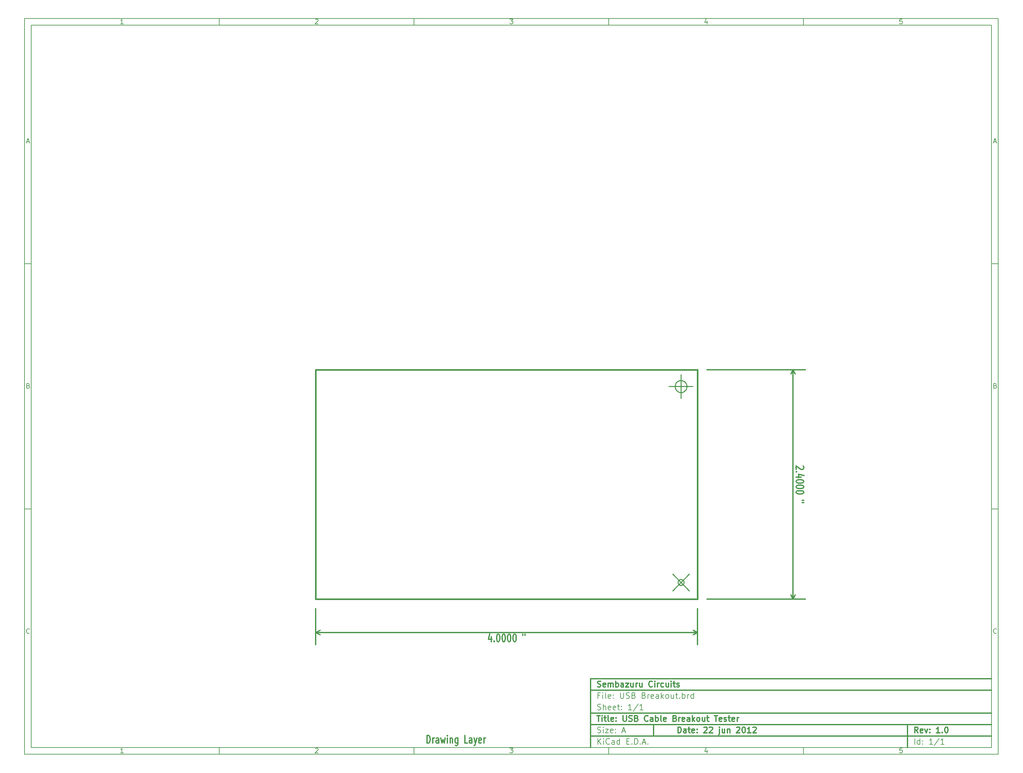
<source format=gbr>
G04 (created by PCBNEW-RS274X (2012-01-19 BZR 3256)-stable) date 08/08/2012 15:29:02*
G01*
G70*
G90*
%MOIN*%
G04 Gerber Fmt 3.4, Leading zero omitted, Abs format*
%FSLAX34Y34*%
G04 APERTURE LIST*
%ADD10C,0.006000*%
%ADD11C,0.012000*%
%ADD12C,0.010000*%
%ADD13C,0.015000*%
G04 APERTURE END LIST*
G54D10*
X-30500Y36750D02*
X71500Y36750D01*
X71500Y-40250D01*
X-30500Y-40250D01*
X-30500Y36750D01*
X-29800Y36050D02*
X70800Y36050D01*
X70800Y-39550D01*
X-29800Y-39550D01*
X-29800Y36050D01*
X-10100Y36750D02*
X-10100Y36050D01*
X-20157Y36198D02*
X-20443Y36198D01*
X-20300Y36198D02*
X-20300Y36698D01*
X-20348Y36626D01*
X-20395Y36579D01*
X-20443Y36555D01*
X-10100Y-40250D02*
X-10100Y-39550D01*
X-20157Y-40102D02*
X-20443Y-40102D01*
X-20300Y-40102D02*
X-20300Y-39602D01*
X-20348Y-39674D01*
X-20395Y-39721D01*
X-20443Y-39745D01*
X10300Y36750D02*
X10300Y36050D01*
X-00043Y36650D02*
X-00019Y36674D01*
X00029Y36698D01*
X00148Y36698D01*
X00195Y36674D01*
X00219Y36650D01*
X00243Y36602D01*
X00243Y36555D01*
X00219Y36483D01*
X-00067Y36198D01*
X00243Y36198D01*
X10300Y-40250D02*
X10300Y-39550D01*
X-00043Y-39650D02*
X-00019Y-39626D01*
X00029Y-39602D01*
X00148Y-39602D01*
X00195Y-39626D01*
X00219Y-39650D01*
X00243Y-39698D01*
X00243Y-39745D01*
X00219Y-39817D01*
X-00067Y-40102D01*
X00243Y-40102D01*
X30700Y36750D02*
X30700Y36050D01*
X20333Y36698D02*
X20643Y36698D01*
X20476Y36507D01*
X20548Y36507D01*
X20595Y36483D01*
X20619Y36460D01*
X20643Y36412D01*
X20643Y36293D01*
X20619Y36245D01*
X20595Y36221D01*
X20548Y36198D01*
X20405Y36198D01*
X20357Y36221D01*
X20333Y36245D01*
X30700Y-40250D02*
X30700Y-39550D01*
X20333Y-39602D02*
X20643Y-39602D01*
X20476Y-39793D01*
X20548Y-39793D01*
X20595Y-39817D01*
X20619Y-39840D01*
X20643Y-39888D01*
X20643Y-40007D01*
X20619Y-40055D01*
X20595Y-40079D01*
X20548Y-40102D01*
X20405Y-40102D01*
X20357Y-40079D01*
X20333Y-40055D01*
X51100Y36750D02*
X51100Y36050D01*
X40995Y36531D02*
X40995Y36198D01*
X40876Y36721D02*
X40757Y36364D01*
X41067Y36364D01*
X51100Y-40250D02*
X51100Y-39550D01*
X40995Y-39769D02*
X40995Y-40102D01*
X40876Y-39579D02*
X40757Y-39936D01*
X41067Y-39936D01*
X61419Y36698D02*
X61181Y36698D01*
X61157Y36460D01*
X61181Y36483D01*
X61229Y36507D01*
X61348Y36507D01*
X61395Y36483D01*
X61419Y36460D01*
X61443Y36412D01*
X61443Y36293D01*
X61419Y36245D01*
X61395Y36221D01*
X61348Y36198D01*
X61229Y36198D01*
X61181Y36221D01*
X61157Y36245D01*
X61419Y-39602D02*
X61181Y-39602D01*
X61157Y-39840D01*
X61181Y-39817D01*
X61229Y-39793D01*
X61348Y-39793D01*
X61395Y-39817D01*
X61419Y-39840D01*
X61443Y-39888D01*
X61443Y-40007D01*
X61419Y-40055D01*
X61395Y-40079D01*
X61348Y-40102D01*
X61229Y-40102D01*
X61181Y-40079D01*
X61157Y-40055D01*
X-30500Y11090D02*
X-29800Y11090D01*
X-30269Y23860D02*
X-30031Y23860D01*
X-30316Y23718D02*
X-30150Y24218D01*
X-29983Y23718D01*
X71500Y11090D02*
X70800Y11090D01*
X71031Y23860D02*
X71269Y23860D01*
X70984Y23718D02*
X71150Y24218D01*
X71317Y23718D01*
X-30500Y-14570D02*
X-29800Y-14570D01*
X-30114Y-01680D02*
X-30043Y-01704D01*
X-30019Y-01728D01*
X-29995Y-01776D01*
X-29995Y-01847D01*
X-30019Y-01895D01*
X-30043Y-01919D01*
X-30090Y-01942D01*
X-30281Y-01942D01*
X-30281Y-01442D01*
X-30114Y-01442D01*
X-30067Y-01466D01*
X-30043Y-01490D01*
X-30019Y-01538D01*
X-30019Y-01585D01*
X-30043Y-01633D01*
X-30067Y-01657D01*
X-30114Y-01680D01*
X-30281Y-01680D01*
X71500Y-14570D02*
X70800Y-14570D01*
X71186Y-01680D02*
X71257Y-01704D01*
X71281Y-01728D01*
X71305Y-01776D01*
X71305Y-01847D01*
X71281Y-01895D01*
X71257Y-01919D01*
X71210Y-01942D01*
X71019Y-01942D01*
X71019Y-01442D01*
X71186Y-01442D01*
X71233Y-01466D01*
X71257Y-01490D01*
X71281Y-01538D01*
X71281Y-01585D01*
X71257Y-01633D01*
X71233Y-01657D01*
X71186Y-01680D01*
X71019Y-01680D01*
X-29995Y-27555D02*
X-30019Y-27579D01*
X-30090Y-27602D01*
X-30138Y-27602D01*
X-30210Y-27579D01*
X-30257Y-27531D01*
X-30281Y-27483D01*
X-30305Y-27388D01*
X-30305Y-27317D01*
X-30281Y-27221D01*
X-30257Y-27174D01*
X-30210Y-27126D01*
X-30138Y-27102D01*
X-30090Y-27102D01*
X-30019Y-27126D01*
X-29995Y-27150D01*
X71305Y-27555D02*
X71281Y-27579D01*
X71210Y-27602D01*
X71162Y-27602D01*
X71090Y-27579D01*
X71043Y-27531D01*
X71019Y-27483D01*
X70995Y-27388D01*
X70995Y-27317D01*
X71019Y-27221D01*
X71043Y-27174D01*
X71090Y-27126D01*
X71162Y-27102D01*
X71210Y-27102D01*
X71281Y-27126D01*
X71305Y-27150D01*
G54D11*
X37943Y-37993D02*
X37943Y-37393D01*
X38086Y-37393D01*
X38171Y-37421D01*
X38229Y-37479D01*
X38257Y-37536D01*
X38286Y-37650D01*
X38286Y-37736D01*
X38257Y-37850D01*
X38229Y-37907D01*
X38171Y-37964D01*
X38086Y-37993D01*
X37943Y-37993D01*
X38800Y-37993D02*
X38800Y-37679D01*
X38771Y-37621D01*
X38714Y-37593D01*
X38600Y-37593D01*
X38543Y-37621D01*
X38800Y-37964D02*
X38743Y-37993D01*
X38600Y-37993D01*
X38543Y-37964D01*
X38514Y-37907D01*
X38514Y-37850D01*
X38543Y-37793D01*
X38600Y-37764D01*
X38743Y-37764D01*
X38800Y-37736D01*
X39000Y-37593D02*
X39229Y-37593D01*
X39086Y-37393D02*
X39086Y-37907D01*
X39114Y-37964D01*
X39172Y-37993D01*
X39229Y-37993D01*
X39657Y-37964D02*
X39600Y-37993D01*
X39486Y-37993D01*
X39429Y-37964D01*
X39400Y-37907D01*
X39400Y-37679D01*
X39429Y-37621D01*
X39486Y-37593D01*
X39600Y-37593D01*
X39657Y-37621D01*
X39686Y-37679D01*
X39686Y-37736D01*
X39400Y-37793D01*
X39943Y-37936D02*
X39971Y-37964D01*
X39943Y-37993D01*
X39914Y-37964D01*
X39943Y-37936D01*
X39943Y-37993D01*
X39943Y-37621D02*
X39971Y-37650D01*
X39943Y-37679D01*
X39914Y-37650D01*
X39943Y-37621D01*
X39943Y-37679D01*
X40657Y-37450D02*
X40686Y-37421D01*
X40743Y-37393D01*
X40886Y-37393D01*
X40943Y-37421D01*
X40972Y-37450D01*
X41000Y-37507D01*
X41000Y-37564D01*
X40972Y-37650D01*
X40629Y-37993D01*
X41000Y-37993D01*
X41228Y-37450D02*
X41257Y-37421D01*
X41314Y-37393D01*
X41457Y-37393D01*
X41514Y-37421D01*
X41543Y-37450D01*
X41571Y-37507D01*
X41571Y-37564D01*
X41543Y-37650D01*
X41200Y-37993D01*
X41571Y-37993D01*
X42285Y-37593D02*
X42285Y-38107D01*
X42256Y-38164D01*
X42199Y-38193D01*
X42171Y-38193D01*
X42285Y-37393D02*
X42256Y-37421D01*
X42285Y-37450D01*
X42313Y-37421D01*
X42285Y-37393D01*
X42285Y-37450D01*
X42828Y-37593D02*
X42828Y-37993D01*
X42571Y-37593D02*
X42571Y-37907D01*
X42599Y-37964D01*
X42657Y-37993D01*
X42742Y-37993D01*
X42799Y-37964D01*
X42828Y-37936D01*
X43114Y-37593D02*
X43114Y-37993D01*
X43114Y-37650D02*
X43142Y-37621D01*
X43200Y-37593D01*
X43285Y-37593D01*
X43342Y-37621D01*
X43371Y-37679D01*
X43371Y-37993D01*
X44085Y-37450D02*
X44114Y-37421D01*
X44171Y-37393D01*
X44314Y-37393D01*
X44371Y-37421D01*
X44400Y-37450D01*
X44428Y-37507D01*
X44428Y-37564D01*
X44400Y-37650D01*
X44057Y-37993D01*
X44428Y-37993D01*
X44799Y-37393D02*
X44856Y-37393D01*
X44913Y-37421D01*
X44942Y-37450D01*
X44971Y-37507D01*
X44999Y-37621D01*
X44999Y-37764D01*
X44971Y-37879D01*
X44942Y-37936D01*
X44913Y-37964D01*
X44856Y-37993D01*
X44799Y-37993D01*
X44742Y-37964D01*
X44713Y-37936D01*
X44685Y-37879D01*
X44656Y-37764D01*
X44656Y-37621D01*
X44685Y-37507D01*
X44713Y-37450D01*
X44742Y-37421D01*
X44799Y-37393D01*
X45570Y-37993D02*
X45227Y-37993D01*
X45399Y-37993D02*
X45399Y-37393D01*
X45342Y-37479D01*
X45284Y-37536D01*
X45227Y-37564D01*
X45798Y-37450D02*
X45827Y-37421D01*
X45884Y-37393D01*
X46027Y-37393D01*
X46084Y-37421D01*
X46113Y-37450D01*
X46141Y-37507D01*
X46141Y-37564D01*
X46113Y-37650D01*
X45770Y-37993D01*
X46141Y-37993D01*
G54D10*
X29543Y-39193D02*
X29543Y-38593D01*
X29886Y-39193D02*
X29629Y-38850D01*
X29886Y-38593D02*
X29543Y-38936D01*
X30143Y-39193D02*
X30143Y-38793D01*
X30143Y-38593D02*
X30114Y-38621D01*
X30143Y-38650D01*
X30171Y-38621D01*
X30143Y-38593D01*
X30143Y-38650D01*
X30772Y-39136D02*
X30743Y-39164D01*
X30657Y-39193D01*
X30600Y-39193D01*
X30515Y-39164D01*
X30457Y-39107D01*
X30429Y-39050D01*
X30400Y-38936D01*
X30400Y-38850D01*
X30429Y-38736D01*
X30457Y-38679D01*
X30515Y-38621D01*
X30600Y-38593D01*
X30657Y-38593D01*
X30743Y-38621D01*
X30772Y-38650D01*
X31286Y-39193D02*
X31286Y-38879D01*
X31257Y-38821D01*
X31200Y-38793D01*
X31086Y-38793D01*
X31029Y-38821D01*
X31286Y-39164D02*
X31229Y-39193D01*
X31086Y-39193D01*
X31029Y-39164D01*
X31000Y-39107D01*
X31000Y-39050D01*
X31029Y-38993D01*
X31086Y-38964D01*
X31229Y-38964D01*
X31286Y-38936D01*
X31829Y-39193D02*
X31829Y-38593D01*
X31829Y-39164D02*
X31772Y-39193D01*
X31658Y-39193D01*
X31600Y-39164D01*
X31572Y-39136D01*
X31543Y-39079D01*
X31543Y-38907D01*
X31572Y-38850D01*
X31600Y-38821D01*
X31658Y-38793D01*
X31772Y-38793D01*
X31829Y-38821D01*
X32572Y-38879D02*
X32772Y-38879D01*
X32858Y-39193D02*
X32572Y-39193D01*
X32572Y-38593D01*
X32858Y-38593D01*
X33115Y-39136D02*
X33143Y-39164D01*
X33115Y-39193D01*
X33086Y-39164D01*
X33115Y-39136D01*
X33115Y-39193D01*
X33401Y-39193D02*
X33401Y-38593D01*
X33544Y-38593D01*
X33629Y-38621D01*
X33687Y-38679D01*
X33715Y-38736D01*
X33744Y-38850D01*
X33744Y-38936D01*
X33715Y-39050D01*
X33687Y-39107D01*
X33629Y-39164D01*
X33544Y-39193D01*
X33401Y-39193D01*
X34001Y-39136D02*
X34029Y-39164D01*
X34001Y-39193D01*
X33972Y-39164D01*
X34001Y-39136D01*
X34001Y-39193D01*
X34258Y-39021D02*
X34544Y-39021D01*
X34201Y-39193D02*
X34401Y-38593D01*
X34601Y-39193D01*
X34801Y-39136D02*
X34829Y-39164D01*
X34801Y-39193D01*
X34772Y-39164D01*
X34801Y-39136D01*
X34801Y-39193D01*
G54D11*
X63086Y-37993D02*
X62886Y-37707D01*
X62743Y-37993D02*
X62743Y-37393D01*
X62971Y-37393D01*
X63029Y-37421D01*
X63057Y-37450D01*
X63086Y-37507D01*
X63086Y-37593D01*
X63057Y-37650D01*
X63029Y-37679D01*
X62971Y-37707D01*
X62743Y-37707D01*
X63571Y-37964D02*
X63514Y-37993D01*
X63400Y-37993D01*
X63343Y-37964D01*
X63314Y-37907D01*
X63314Y-37679D01*
X63343Y-37621D01*
X63400Y-37593D01*
X63514Y-37593D01*
X63571Y-37621D01*
X63600Y-37679D01*
X63600Y-37736D01*
X63314Y-37793D01*
X63800Y-37593D02*
X63943Y-37993D01*
X64085Y-37593D01*
X64314Y-37936D02*
X64342Y-37964D01*
X64314Y-37993D01*
X64285Y-37964D01*
X64314Y-37936D01*
X64314Y-37993D01*
X64314Y-37621D02*
X64342Y-37650D01*
X64314Y-37679D01*
X64285Y-37650D01*
X64314Y-37621D01*
X64314Y-37679D01*
X65371Y-37993D02*
X65028Y-37993D01*
X65200Y-37993D02*
X65200Y-37393D01*
X65143Y-37479D01*
X65085Y-37536D01*
X65028Y-37564D01*
X65628Y-37936D02*
X65656Y-37964D01*
X65628Y-37993D01*
X65599Y-37964D01*
X65628Y-37936D01*
X65628Y-37993D01*
X66028Y-37393D02*
X66085Y-37393D01*
X66142Y-37421D01*
X66171Y-37450D01*
X66200Y-37507D01*
X66228Y-37621D01*
X66228Y-37764D01*
X66200Y-37879D01*
X66171Y-37936D01*
X66142Y-37964D01*
X66085Y-37993D01*
X66028Y-37993D01*
X65971Y-37964D01*
X65942Y-37936D01*
X65914Y-37879D01*
X65885Y-37764D01*
X65885Y-37621D01*
X65914Y-37507D01*
X65942Y-37450D01*
X65971Y-37421D01*
X66028Y-37393D01*
G54D10*
X29514Y-37964D02*
X29600Y-37993D01*
X29743Y-37993D01*
X29800Y-37964D01*
X29829Y-37936D01*
X29857Y-37879D01*
X29857Y-37821D01*
X29829Y-37764D01*
X29800Y-37736D01*
X29743Y-37707D01*
X29629Y-37679D01*
X29571Y-37650D01*
X29543Y-37621D01*
X29514Y-37564D01*
X29514Y-37507D01*
X29543Y-37450D01*
X29571Y-37421D01*
X29629Y-37393D01*
X29771Y-37393D01*
X29857Y-37421D01*
X30114Y-37993D02*
X30114Y-37593D01*
X30114Y-37393D02*
X30085Y-37421D01*
X30114Y-37450D01*
X30142Y-37421D01*
X30114Y-37393D01*
X30114Y-37450D01*
X30343Y-37593D02*
X30657Y-37593D01*
X30343Y-37993D01*
X30657Y-37993D01*
X31114Y-37964D02*
X31057Y-37993D01*
X30943Y-37993D01*
X30886Y-37964D01*
X30857Y-37907D01*
X30857Y-37679D01*
X30886Y-37621D01*
X30943Y-37593D01*
X31057Y-37593D01*
X31114Y-37621D01*
X31143Y-37679D01*
X31143Y-37736D01*
X30857Y-37793D01*
X31400Y-37936D02*
X31428Y-37964D01*
X31400Y-37993D01*
X31371Y-37964D01*
X31400Y-37936D01*
X31400Y-37993D01*
X31400Y-37621D02*
X31428Y-37650D01*
X31400Y-37679D01*
X31371Y-37650D01*
X31400Y-37621D01*
X31400Y-37679D01*
X32114Y-37821D02*
X32400Y-37821D01*
X32057Y-37993D02*
X32257Y-37393D01*
X32457Y-37993D01*
X62743Y-39193D02*
X62743Y-38593D01*
X63286Y-39193D02*
X63286Y-38593D01*
X63286Y-39164D02*
X63229Y-39193D01*
X63115Y-39193D01*
X63057Y-39164D01*
X63029Y-39136D01*
X63000Y-39079D01*
X63000Y-38907D01*
X63029Y-38850D01*
X63057Y-38821D01*
X63115Y-38793D01*
X63229Y-38793D01*
X63286Y-38821D01*
X63572Y-39136D02*
X63600Y-39164D01*
X63572Y-39193D01*
X63543Y-39164D01*
X63572Y-39136D01*
X63572Y-39193D01*
X63572Y-38821D02*
X63600Y-38850D01*
X63572Y-38879D01*
X63543Y-38850D01*
X63572Y-38821D01*
X63572Y-38879D01*
X64629Y-39193D02*
X64286Y-39193D01*
X64458Y-39193D02*
X64458Y-38593D01*
X64401Y-38679D01*
X64343Y-38736D01*
X64286Y-38764D01*
X65314Y-38564D02*
X64800Y-39336D01*
X65829Y-39193D02*
X65486Y-39193D01*
X65658Y-39193D02*
X65658Y-38593D01*
X65601Y-38679D01*
X65543Y-38736D01*
X65486Y-38764D01*
G54D11*
X29457Y-36193D02*
X29800Y-36193D01*
X29629Y-36793D02*
X29629Y-36193D01*
X30000Y-36793D02*
X30000Y-36393D01*
X30000Y-36193D02*
X29971Y-36221D01*
X30000Y-36250D01*
X30028Y-36221D01*
X30000Y-36193D01*
X30000Y-36250D01*
X30200Y-36393D02*
X30429Y-36393D01*
X30286Y-36193D02*
X30286Y-36707D01*
X30314Y-36764D01*
X30372Y-36793D01*
X30429Y-36793D01*
X30715Y-36793D02*
X30657Y-36764D01*
X30629Y-36707D01*
X30629Y-36193D01*
X31171Y-36764D02*
X31114Y-36793D01*
X31000Y-36793D01*
X30943Y-36764D01*
X30914Y-36707D01*
X30914Y-36479D01*
X30943Y-36421D01*
X31000Y-36393D01*
X31114Y-36393D01*
X31171Y-36421D01*
X31200Y-36479D01*
X31200Y-36536D01*
X30914Y-36593D01*
X31457Y-36736D02*
X31485Y-36764D01*
X31457Y-36793D01*
X31428Y-36764D01*
X31457Y-36736D01*
X31457Y-36793D01*
X31457Y-36421D02*
X31485Y-36450D01*
X31457Y-36479D01*
X31428Y-36450D01*
X31457Y-36421D01*
X31457Y-36479D01*
X32200Y-36193D02*
X32200Y-36679D01*
X32228Y-36736D01*
X32257Y-36764D01*
X32314Y-36793D01*
X32428Y-36793D01*
X32486Y-36764D01*
X32514Y-36736D01*
X32543Y-36679D01*
X32543Y-36193D01*
X32800Y-36764D02*
X32886Y-36793D01*
X33029Y-36793D01*
X33086Y-36764D01*
X33115Y-36736D01*
X33143Y-36679D01*
X33143Y-36621D01*
X33115Y-36564D01*
X33086Y-36536D01*
X33029Y-36507D01*
X32915Y-36479D01*
X32857Y-36450D01*
X32829Y-36421D01*
X32800Y-36364D01*
X32800Y-36307D01*
X32829Y-36250D01*
X32857Y-36221D01*
X32915Y-36193D01*
X33057Y-36193D01*
X33143Y-36221D01*
X33600Y-36479D02*
X33686Y-36507D01*
X33714Y-36536D01*
X33743Y-36593D01*
X33743Y-36679D01*
X33714Y-36736D01*
X33686Y-36764D01*
X33628Y-36793D01*
X33400Y-36793D01*
X33400Y-36193D01*
X33600Y-36193D01*
X33657Y-36221D01*
X33686Y-36250D01*
X33714Y-36307D01*
X33714Y-36364D01*
X33686Y-36421D01*
X33657Y-36450D01*
X33600Y-36479D01*
X33400Y-36479D01*
X34800Y-36736D02*
X34771Y-36764D01*
X34685Y-36793D01*
X34628Y-36793D01*
X34543Y-36764D01*
X34485Y-36707D01*
X34457Y-36650D01*
X34428Y-36536D01*
X34428Y-36450D01*
X34457Y-36336D01*
X34485Y-36279D01*
X34543Y-36221D01*
X34628Y-36193D01*
X34685Y-36193D01*
X34771Y-36221D01*
X34800Y-36250D01*
X35314Y-36793D02*
X35314Y-36479D01*
X35285Y-36421D01*
X35228Y-36393D01*
X35114Y-36393D01*
X35057Y-36421D01*
X35314Y-36764D02*
X35257Y-36793D01*
X35114Y-36793D01*
X35057Y-36764D01*
X35028Y-36707D01*
X35028Y-36650D01*
X35057Y-36593D01*
X35114Y-36564D01*
X35257Y-36564D01*
X35314Y-36536D01*
X35600Y-36793D02*
X35600Y-36193D01*
X35600Y-36421D02*
X35657Y-36393D01*
X35771Y-36393D01*
X35828Y-36421D01*
X35857Y-36450D01*
X35886Y-36507D01*
X35886Y-36679D01*
X35857Y-36736D01*
X35828Y-36764D01*
X35771Y-36793D01*
X35657Y-36793D01*
X35600Y-36764D01*
X36229Y-36793D02*
X36171Y-36764D01*
X36143Y-36707D01*
X36143Y-36193D01*
X36685Y-36764D02*
X36628Y-36793D01*
X36514Y-36793D01*
X36457Y-36764D01*
X36428Y-36707D01*
X36428Y-36479D01*
X36457Y-36421D01*
X36514Y-36393D01*
X36628Y-36393D01*
X36685Y-36421D01*
X36714Y-36479D01*
X36714Y-36536D01*
X36428Y-36593D01*
X37628Y-36479D02*
X37714Y-36507D01*
X37742Y-36536D01*
X37771Y-36593D01*
X37771Y-36679D01*
X37742Y-36736D01*
X37714Y-36764D01*
X37656Y-36793D01*
X37428Y-36793D01*
X37428Y-36193D01*
X37628Y-36193D01*
X37685Y-36221D01*
X37714Y-36250D01*
X37742Y-36307D01*
X37742Y-36364D01*
X37714Y-36421D01*
X37685Y-36450D01*
X37628Y-36479D01*
X37428Y-36479D01*
X38028Y-36793D02*
X38028Y-36393D01*
X38028Y-36507D02*
X38056Y-36450D01*
X38085Y-36421D01*
X38142Y-36393D01*
X38199Y-36393D01*
X38627Y-36764D02*
X38570Y-36793D01*
X38456Y-36793D01*
X38399Y-36764D01*
X38370Y-36707D01*
X38370Y-36479D01*
X38399Y-36421D01*
X38456Y-36393D01*
X38570Y-36393D01*
X38627Y-36421D01*
X38656Y-36479D01*
X38656Y-36536D01*
X38370Y-36593D01*
X39170Y-36793D02*
X39170Y-36479D01*
X39141Y-36421D01*
X39084Y-36393D01*
X38970Y-36393D01*
X38913Y-36421D01*
X39170Y-36764D02*
X39113Y-36793D01*
X38970Y-36793D01*
X38913Y-36764D01*
X38884Y-36707D01*
X38884Y-36650D01*
X38913Y-36593D01*
X38970Y-36564D01*
X39113Y-36564D01*
X39170Y-36536D01*
X39456Y-36793D02*
X39456Y-36193D01*
X39513Y-36564D02*
X39684Y-36793D01*
X39684Y-36393D02*
X39456Y-36621D01*
X40028Y-36793D02*
X39970Y-36764D01*
X39942Y-36736D01*
X39913Y-36679D01*
X39913Y-36507D01*
X39942Y-36450D01*
X39970Y-36421D01*
X40028Y-36393D01*
X40113Y-36393D01*
X40170Y-36421D01*
X40199Y-36450D01*
X40228Y-36507D01*
X40228Y-36679D01*
X40199Y-36736D01*
X40170Y-36764D01*
X40113Y-36793D01*
X40028Y-36793D01*
X40742Y-36393D02*
X40742Y-36793D01*
X40485Y-36393D02*
X40485Y-36707D01*
X40513Y-36764D01*
X40571Y-36793D01*
X40656Y-36793D01*
X40713Y-36764D01*
X40742Y-36736D01*
X40942Y-36393D02*
X41171Y-36393D01*
X41028Y-36193D02*
X41028Y-36707D01*
X41056Y-36764D01*
X41114Y-36793D01*
X41171Y-36793D01*
X41742Y-36193D02*
X42085Y-36193D01*
X41914Y-36793D02*
X41914Y-36193D01*
X42513Y-36764D02*
X42456Y-36793D01*
X42342Y-36793D01*
X42285Y-36764D01*
X42256Y-36707D01*
X42256Y-36479D01*
X42285Y-36421D01*
X42342Y-36393D01*
X42456Y-36393D01*
X42513Y-36421D01*
X42542Y-36479D01*
X42542Y-36536D01*
X42256Y-36593D01*
X42770Y-36764D02*
X42827Y-36793D01*
X42942Y-36793D01*
X42999Y-36764D01*
X43027Y-36707D01*
X43027Y-36679D01*
X42999Y-36621D01*
X42942Y-36593D01*
X42856Y-36593D01*
X42799Y-36564D01*
X42770Y-36507D01*
X42770Y-36479D01*
X42799Y-36421D01*
X42856Y-36393D01*
X42942Y-36393D01*
X42999Y-36421D01*
X43199Y-36393D02*
X43428Y-36393D01*
X43285Y-36193D02*
X43285Y-36707D01*
X43313Y-36764D01*
X43371Y-36793D01*
X43428Y-36793D01*
X43856Y-36764D02*
X43799Y-36793D01*
X43685Y-36793D01*
X43628Y-36764D01*
X43599Y-36707D01*
X43599Y-36479D01*
X43628Y-36421D01*
X43685Y-36393D01*
X43799Y-36393D01*
X43856Y-36421D01*
X43885Y-36479D01*
X43885Y-36536D01*
X43599Y-36593D01*
X44142Y-36793D02*
X44142Y-36393D01*
X44142Y-36507D02*
X44170Y-36450D01*
X44199Y-36421D01*
X44256Y-36393D01*
X44313Y-36393D01*
G54D10*
X29743Y-34079D02*
X29543Y-34079D01*
X29543Y-34393D02*
X29543Y-33793D01*
X29829Y-33793D01*
X30057Y-34393D02*
X30057Y-33993D01*
X30057Y-33793D02*
X30028Y-33821D01*
X30057Y-33850D01*
X30085Y-33821D01*
X30057Y-33793D01*
X30057Y-33850D01*
X30429Y-34393D02*
X30371Y-34364D01*
X30343Y-34307D01*
X30343Y-33793D01*
X30885Y-34364D02*
X30828Y-34393D01*
X30714Y-34393D01*
X30657Y-34364D01*
X30628Y-34307D01*
X30628Y-34079D01*
X30657Y-34021D01*
X30714Y-33993D01*
X30828Y-33993D01*
X30885Y-34021D01*
X30914Y-34079D01*
X30914Y-34136D01*
X30628Y-34193D01*
X31171Y-34336D02*
X31199Y-34364D01*
X31171Y-34393D01*
X31142Y-34364D01*
X31171Y-34336D01*
X31171Y-34393D01*
X31171Y-34021D02*
X31199Y-34050D01*
X31171Y-34079D01*
X31142Y-34050D01*
X31171Y-34021D01*
X31171Y-34079D01*
X31914Y-33793D02*
X31914Y-34279D01*
X31942Y-34336D01*
X31971Y-34364D01*
X32028Y-34393D01*
X32142Y-34393D01*
X32200Y-34364D01*
X32228Y-34336D01*
X32257Y-34279D01*
X32257Y-33793D01*
X32514Y-34364D02*
X32600Y-34393D01*
X32743Y-34393D01*
X32800Y-34364D01*
X32829Y-34336D01*
X32857Y-34279D01*
X32857Y-34221D01*
X32829Y-34164D01*
X32800Y-34136D01*
X32743Y-34107D01*
X32629Y-34079D01*
X32571Y-34050D01*
X32543Y-34021D01*
X32514Y-33964D01*
X32514Y-33907D01*
X32543Y-33850D01*
X32571Y-33821D01*
X32629Y-33793D01*
X32771Y-33793D01*
X32857Y-33821D01*
X33314Y-34079D02*
X33400Y-34107D01*
X33428Y-34136D01*
X33457Y-34193D01*
X33457Y-34279D01*
X33428Y-34336D01*
X33400Y-34364D01*
X33342Y-34393D01*
X33114Y-34393D01*
X33114Y-33793D01*
X33314Y-33793D01*
X33371Y-33821D01*
X33400Y-33850D01*
X33428Y-33907D01*
X33428Y-33964D01*
X33400Y-34021D01*
X33371Y-34050D01*
X33314Y-34079D01*
X33114Y-34079D01*
X34371Y-34079D02*
X34457Y-34107D01*
X34485Y-34136D01*
X34514Y-34193D01*
X34514Y-34279D01*
X34485Y-34336D01*
X34457Y-34364D01*
X34399Y-34393D01*
X34171Y-34393D01*
X34171Y-33793D01*
X34371Y-33793D01*
X34428Y-33821D01*
X34457Y-33850D01*
X34485Y-33907D01*
X34485Y-33964D01*
X34457Y-34021D01*
X34428Y-34050D01*
X34371Y-34079D01*
X34171Y-34079D01*
X34771Y-34393D02*
X34771Y-33993D01*
X34771Y-34107D02*
X34799Y-34050D01*
X34828Y-34021D01*
X34885Y-33993D01*
X34942Y-33993D01*
X35370Y-34364D02*
X35313Y-34393D01*
X35199Y-34393D01*
X35142Y-34364D01*
X35113Y-34307D01*
X35113Y-34079D01*
X35142Y-34021D01*
X35199Y-33993D01*
X35313Y-33993D01*
X35370Y-34021D01*
X35399Y-34079D01*
X35399Y-34136D01*
X35113Y-34193D01*
X35913Y-34393D02*
X35913Y-34079D01*
X35884Y-34021D01*
X35827Y-33993D01*
X35713Y-33993D01*
X35656Y-34021D01*
X35913Y-34364D02*
X35856Y-34393D01*
X35713Y-34393D01*
X35656Y-34364D01*
X35627Y-34307D01*
X35627Y-34250D01*
X35656Y-34193D01*
X35713Y-34164D01*
X35856Y-34164D01*
X35913Y-34136D01*
X36199Y-34393D02*
X36199Y-33793D01*
X36256Y-34164D02*
X36427Y-34393D01*
X36427Y-33993D02*
X36199Y-34221D01*
X36771Y-34393D02*
X36713Y-34364D01*
X36685Y-34336D01*
X36656Y-34279D01*
X36656Y-34107D01*
X36685Y-34050D01*
X36713Y-34021D01*
X36771Y-33993D01*
X36856Y-33993D01*
X36913Y-34021D01*
X36942Y-34050D01*
X36971Y-34107D01*
X36971Y-34279D01*
X36942Y-34336D01*
X36913Y-34364D01*
X36856Y-34393D01*
X36771Y-34393D01*
X37485Y-33993D02*
X37485Y-34393D01*
X37228Y-33993D02*
X37228Y-34307D01*
X37256Y-34364D01*
X37314Y-34393D01*
X37399Y-34393D01*
X37456Y-34364D01*
X37485Y-34336D01*
X37685Y-33993D02*
X37914Y-33993D01*
X37771Y-33793D02*
X37771Y-34307D01*
X37799Y-34364D01*
X37857Y-34393D01*
X37914Y-34393D01*
X38114Y-34336D02*
X38142Y-34364D01*
X38114Y-34393D01*
X38085Y-34364D01*
X38114Y-34336D01*
X38114Y-34393D01*
X38400Y-34393D02*
X38400Y-33793D01*
X38400Y-34021D02*
X38457Y-33993D01*
X38571Y-33993D01*
X38628Y-34021D01*
X38657Y-34050D01*
X38686Y-34107D01*
X38686Y-34279D01*
X38657Y-34336D01*
X38628Y-34364D01*
X38571Y-34393D01*
X38457Y-34393D01*
X38400Y-34364D01*
X38943Y-34393D02*
X38943Y-33993D01*
X38943Y-34107D02*
X38971Y-34050D01*
X39000Y-34021D01*
X39057Y-33993D01*
X39114Y-33993D01*
X39571Y-34393D02*
X39571Y-33793D01*
X39571Y-34364D02*
X39514Y-34393D01*
X39400Y-34393D01*
X39342Y-34364D01*
X39314Y-34336D01*
X39285Y-34279D01*
X39285Y-34107D01*
X39314Y-34050D01*
X39342Y-34021D01*
X39400Y-33993D01*
X39514Y-33993D01*
X39571Y-34021D01*
X29514Y-35564D02*
X29600Y-35593D01*
X29743Y-35593D01*
X29800Y-35564D01*
X29829Y-35536D01*
X29857Y-35479D01*
X29857Y-35421D01*
X29829Y-35364D01*
X29800Y-35336D01*
X29743Y-35307D01*
X29629Y-35279D01*
X29571Y-35250D01*
X29543Y-35221D01*
X29514Y-35164D01*
X29514Y-35107D01*
X29543Y-35050D01*
X29571Y-35021D01*
X29629Y-34993D01*
X29771Y-34993D01*
X29857Y-35021D01*
X30114Y-35593D02*
X30114Y-34993D01*
X30371Y-35593D02*
X30371Y-35279D01*
X30342Y-35221D01*
X30285Y-35193D01*
X30200Y-35193D01*
X30142Y-35221D01*
X30114Y-35250D01*
X30885Y-35564D02*
X30828Y-35593D01*
X30714Y-35593D01*
X30657Y-35564D01*
X30628Y-35507D01*
X30628Y-35279D01*
X30657Y-35221D01*
X30714Y-35193D01*
X30828Y-35193D01*
X30885Y-35221D01*
X30914Y-35279D01*
X30914Y-35336D01*
X30628Y-35393D01*
X31399Y-35564D02*
X31342Y-35593D01*
X31228Y-35593D01*
X31171Y-35564D01*
X31142Y-35507D01*
X31142Y-35279D01*
X31171Y-35221D01*
X31228Y-35193D01*
X31342Y-35193D01*
X31399Y-35221D01*
X31428Y-35279D01*
X31428Y-35336D01*
X31142Y-35393D01*
X31599Y-35193D02*
X31828Y-35193D01*
X31685Y-34993D02*
X31685Y-35507D01*
X31713Y-35564D01*
X31771Y-35593D01*
X31828Y-35593D01*
X32028Y-35536D02*
X32056Y-35564D01*
X32028Y-35593D01*
X31999Y-35564D01*
X32028Y-35536D01*
X32028Y-35593D01*
X32028Y-35221D02*
X32056Y-35250D01*
X32028Y-35279D01*
X31999Y-35250D01*
X32028Y-35221D01*
X32028Y-35279D01*
X33085Y-35593D02*
X32742Y-35593D01*
X32914Y-35593D02*
X32914Y-34993D01*
X32857Y-35079D01*
X32799Y-35136D01*
X32742Y-35164D01*
X33770Y-34964D02*
X33256Y-35736D01*
X34285Y-35593D02*
X33942Y-35593D01*
X34114Y-35593D02*
X34114Y-34993D01*
X34057Y-35079D01*
X33999Y-35136D01*
X33942Y-35164D01*
G54D11*
X29514Y-33164D02*
X29600Y-33193D01*
X29743Y-33193D01*
X29800Y-33164D01*
X29829Y-33136D01*
X29857Y-33079D01*
X29857Y-33021D01*
X29829Y-32964D01*
X29800Y-32936D01*
X29743Y-32907D01*
X29629Y-32879D01*
X29571Y-32850D01*
X29543Y-32821D01*
X29514Y-32764D01*
X29514Y-32707D01*
X29543Y-32650D01*
X29571Y-32621D01*
X29629Y-32593D01*
X29771Y-32593D01*
X29857Y-32621D01*
X30342Y-33164D02*
X30285Y-33193D01*
X30171Y-33193D01*
X30114Y-33164D01*
X30085Y-33107D01*
X30085Y-32879D01*
X30114Y-32821D01*
X30171Y-32793D01*
X30285Y-32793D01*
X30342Y-32821D01*
X30371Y-32879D01*
X30371Y-32936D01*
X30085Y-32993D01*
X30628Y-33193D02*
X30628Y-32793D01*
X30628Y-32850D02*
X30656Y-32821D01*
X30714Y-32793D01*
X30799Y-32793D01*
X30856Y-32821D01*
X30885Y-32879D01*
X30885Y-33193D01*
X30885Y-32879D02*
X30914Y-32821D01*
X30971Y-32793D01*
X31056Y-32793D01*
X31114Y-32821D01*
X31142Y-32879D01*
X31142Y-33193D01*
X31428Y-33193D02*
X31428Y-32593D01*
X31428Y-32821D02*
X31485Y-32793D01*
X31599Y-32793D01*
X31656Y-32821D01*
X31685Y-32850D01*
X31714Y-32907D01*
X31714Y-33079D01*
X31685Y-33136D01*
X31656Y-33164D01*
X31599Y-33193D01*
X31485Y-33193D01*
X31428Y-33164D01*
X32228Y-33193D02*
X32228Y-32879D01*
X32199Y-32821D01*
X32142Y-32793D01*
X32028Y-32793D01*
X31971Y-32821D01*
X32228Y-33164D02*
X32171Y-33193D01*
X32028Y-33193D01*
X31971Y-33164D01*
X31942Y-33107D01*
X31942Y-33050D01*
X31971Y-32993D01*
X32028Y-32964D01*
X32171Y-32964D01*
X32228Y-32936D01*
X32457Y-32793D02*
X32771Y-32793D01*
X32457Y-33193D01*
X32771Y-33193D01*
X33257Y-32793D02*
X33257Y-33193D01*
X33000Y-32793D02*
X33000Y-33107D01*
X33028Y-33164D01*
X33086Y-33193D01*
X33171Y-33193D01*
X33228Y-33164D01*
X33257Y-33136D01*
X33543Y-33193D02*
X33543Y-32793D01*
X33543Y-32907D02*
X33571Y-32850D01*
X33600Y-32821D01*
X33657Y-32793D01*
X33714Y-32793D01*
X34171Y-32793D02*
X34171Y-33193D01*
X33914Y-32793D02*
X33914Y-33107D01*
X33942Y-33164D01*
X34000Y-33193D01*
X34085Y-33193D01*
X34142Y-33164D01*
X34171Y-33136D01*
X35257Y-33136D02*
X35228Y-33164D01*
X35142Y-33193D01*
X35085Y-33193D01*
X35000Y-33164D01*
X34942Y-33107D01*
X34914Y-33050D01*
X34885Y-32936D01*
X34885Y-32850D01*
X34914Y-32736D01*
X34942Y-32679D01*
X35000Y-32621D01*
X35085Y-32593D01*
X35142Y-32593D01*
X35228Y-32621D01*
X35257Y-32650D01*
X35514Y-33193D02*
X35514Y-32793D01*
X35514Y-32593D02*
X35485Y-32621D01*
X35514Y-32650D01*
X35542Y-32621D01*
X35514Y-32593D01*
X35514Y-32650D01*
X35800Y-33193D02*
X35800Y-32793D01*
X35800Y-32907D02*
X35828Y-32850D01*
X35857Y-32821D01*
X35914Y-32793D01*
X35971Y-32793D01*
X36428Y-33164D02*
X36371Y-33193D01*
X36257Y-33193D01*
X36199Y-33164D01*
X36171Y-33136D01*
X36142Y-33079D01*
X36142Y-32907D01*
X36171Y-32850D01*
X36199Y-32821D01*
X36257Y-32793D01*
X36371Y-32793D01*
X36428Y-32821D01*
X36942Y-32793D02*
X36942Y-33193D01*
X36685Y-32793D02*
X36685Y-33107D01*
X36713Y-33164D01*
X36771Y-33193D01*
X36856Y-33193D01*
X36913Y-33164D01*
X36942Y-33136D01*
X37228Y-33193D02*
X37228Y-32793D01*
X37228Y-32593D02*
X37199Y-32621D01*
X37228Y-32650D01*
X37256Y-32621D01*
X37228Y-32593D01*
X37228Y-32650D01*
X37428Y-32793D02*
X37657Y-32793D01*
X37514Y-32593D02*
X37514Y-33107D01*
X37542Y-33164D01*
X37600Y-33193D01*
X37657Y-33193D01*
X37828Y-33164D02*
X37885Y-33193D01*
X38000Y-33193D01*
X38057Y-33164D01*
X38085Y-33107D01*
X38085Y-33079D01*
X38057Y-33021D01*
X38000Y-32993D01*
X37914Y-32993D01*
X37857Y-32964D01*
X37828Y-32907D01*
X37828Y-32879D01*
X37857Y-32821D01*
X37914Y-32793D01*
X38000Y-32793D01*
X38057Y-32821D01*
X28800Y-32350D02*
X28800Y-39550D01*
X28800Y-33550D02*
X70800Y-33550D01*
X28800Y-32350D02*
X70800Y-32350D01*
X28800Y-35950D02*
X70800Y-35950D01*
X62000Y-37150D02*
X62000Y-39550D01*
X28800Y-38350D02*
X70800Y-38350D01*
X28800Y-37150D02*
X70800Y-37150D01*
X35400Y-37150D02*
X35400Y-38350D01*
X11643Y-39074D02*
X11643Y-38274D01*
X11786Y-38274D01*
X11871Y-38312D01*
X11929Y-38388D01*
X11957Y-38464D01*
X11986Y-38617D01*
X11986Y-38731D01*
X11957Y-38883D01*
X11929Y-38960D01*
X11871Y-39036D01*
X11786Y-39074D01*
X11643Y-39074D01*
X12243Y-39074D02*
X12243Y-38540D01*
X12243Y-38693D02*
X12271Y-38617D01*
X12300Y-38579D01*
X12357Y-38540D01*
X12414Y-38540D01*
X12871Y-39074D02*
X12871Y-38655D01*
X12842Y-38579D01*
X12785Y-38540D01*
X12671Y-38540D01*
X12614Y-38579D01*
X12871Y-39036D02*
X12814Y-39074D01*
X12671Y-39074D01*
X12614Y-39036D01*
X12585Y-38960D01*
X12585Y-38883D01*
X12614Y-38807D01*
X12671Y-38769D01*
X12814Y-38769D01*
X12871Y-38731D01*
X13100Y-38540D02*
X13214Y-39074D01*
X13328Y-38693D01*
X13443Y-39074D01*
X13557Y-38540D01*
X13786Y-39074D02*
X13786Y-38540D01*
X13786Y-38274D02*
X13757Y-38312D01*
X13786Y-38350D01*
X13814Y-38312D01*
X13786Y-38274D01*
X13786Y-38350D01*
X14072Y-38540D02*
X14072Y-39074D01*
X14072Y-38617D02*
X14100Y-38579D01*
X14158Y-38540D01*
X14243Y-38540D01*
X14300Y-38579D01*
X14329Y-38655D01*
X14329Y-39074D01*
X14872Y-38540D02*
X14872Y-39188D01*
X14843Y-39264D01*
X14815Y-39302D01*
X14758Y-39340D01*
X14672Y-39340D01*
X14615Y-39302D01*
X14872Y-39036D02*
X14815Y-39074D01*
X14701Y-39074D01*
X14643Y-39036D01*
X14615Y-38998D01*
X14586Y-38921D01*
X14586Y-38693D01*
X14615Y-38617D01*
X14643Y-38579D01*
X14701Y-38540D01*
X14815Y-38540D01*
X14872Y-38579D01*
X15901Y-39074D02*
X15615Y-39074D01*
X15615Y-38274D01*
X16358Y-39074D02*
X16358Y-38655D01*
X16329Y-38579D01*
X16272Y-38540D01*
X16158Y-38540D01*
X16101Y-38579D01*
X16358Y-39036D02*
X16301Y-39074D01*
X16158Y-39074D01*
X16101Y-39036D01*
X16072Y-38960D01*
X16072Y-38883D01*
X16101Y-38807D01*
X16158Y-38769D01*
X16301Y-38769D01*
X16358Y-38731D01*
X16587Y-38540D02*
X16730Y-39074D01*
X16872Y-38540D02*
X16730Y-39074D01*
X16672Y-39264D01*
X16644Y-39302D01*
X16587Y-39340D01*
X17329Y-39036D02*
X17272Y-39074D01*
X17158Y-39074D01*
X17101Y-39036D01*
X17072Y-38960D01*
X17072Y-38655D01*
X17101Y-38579D01*
X17158Y-38540D01*
X17272Y-38540D01*
X17329Y-38579D01*
X17358Y-38655D01*
X17358Y-38731D01*
X17072Y-38807D01*
X17615Y-39074D02*
X17615Y-38540D01*
X17615Y-38693D02*
X17643Y-38617D01*
X17672Y-38579D01*
X17729Y-38540D01*
X17786Y-38540D01*
G54D12*
X38562Y-22250D02*
X38556Y-22310D01*
X38538Y-22368D01*
X38509Y-22422D01*
X38471Y-22469D01*
X38424Y-22508D01*
X38370Y-22537D01*
X38312Y-22555D01*
X38252Y-22561D01*
X38192Y-22556D01*
X38134Y-22539D01*
X38080Y-22511D01*
X38032Y-22472D01*
X37993Y-22426D01*
X37964Y-22372D01*
X37945Y-22314D01*
X37939Y-22254D01*
X37944Y-22194D01*
X37960Y-22136D01*
X37988Y-22081D01*
X38026Y-22034D01*
X38072Y-21994D01*
X38126Y-21965D01*
X38184Y-21946D01*
X38244Y-21939D01*
X38304Y-21943D01*
X38362Y-21960D01*
X38417Y-21987D01*
X38465Y-22025D01*
X38504Y-22071D01*
X38535Y-22124D01*
X38554Y-22181D01*
X38561Y-22242D01*
X38562Y-22250D01*
X37375Y-21375D02*
X39125Y-23125D01*
X37375Y-23125D02*
X39125Y-21375D01*
X38875Y-01750D02*
X38863Y-01871D01*
X38827Y-01988D01*
X38770Y-02095D01*
X38693Y-02190D01*
X38599Y-02268D01*
X38492Y-02326D01*
X38375Y-02362D01*
X38254Y-02374D01*
X38133Y-02363D01*
X38016Y-02329D01*
X37908Y-02272D01*
X37813Y-02196D01*
X37735Y-02103D01*
X37676Y-01996D01*
X37639Y-01879D01*
X37626Y-01758D01*
X37636Y-01638D01*
X37669Y-01520D01*
X37725Y-01412D01*
X37801Y-01316D01*
X37894Y-01237D01*
X38000Y-01178D01*
X38116Y-01140D01*
X38237Y-01126D01*
X38358Y-01135D01*
X38476Y-01168D01*
X38584Y-01223D01*
X38681Y-01298D01*
X38760Y-01390D01*
X38820Y-01496D01*
X38859Y-01612D01*
X38874Y-01733D01*
X38875Y-01750D01*
X37000Y-01750D02*
X39500Y-01750D01*
X38250Y-00500D02*
X38250Y-03000D01*
G54D11*
X51039Y-10087D02*
X51077Y-10116D01*
X51115Y-10173D01*
X51115Y-10316D01*
X51077Y-10373D01*
X51039Y-10402D01*
X50963Y-10430D01*
X50887Y-10430D01*
X50772Y-10402D01*
X50315Y-10059D01*
X50315Y-10430D01*
X50391Y-10687D02*
X50353Y-10715D01*
X50315Y-10687D01*
X50353Y-10658D01*
X50391Y-10687D01*
X50315Y-10687D01*
X50849Y-11230D02*
X50315Y-11230D01*
X51153Y-11087D02*
X50582Y-10944D01*
X50582Y-11316D01*
X51115Y-11658D02*
X51115Y-11715D01*
X51077Y-11772D01*
X51039Y-11801D01*
X50963Y-11830D01*
X50810Y-11858D01*
X50620Y-11858D01*
X50468Y-11830D01*
X50391Y-11801D01*
X50353Y-11772D01*
X50315Y-11715D01*
X50315Y-11658D01*
X50353Y-11601D01*
X50391Y-11572D01*
X50468Y-11544D01*
X50620Y-11515D01*
X50810Y-11515D01*
X50963Y-11544D01*
X51039Y-11572D01*
X51077Y-11601D01*
X51115Y-11658D01*
X51115Y-12229D02*
X51115Y-12286D01*
X51077Y-12343D01*
X51039Y-12372D01*
X50963Y-12401D01*
X50810Y-12429D01*
X50620Y-12429D01*
X50468Y-12401D01*
X50391Y-12372D01*
X50353Y-12343D01*
X50315Y-12286D01*
X50315Y-12229D01*
X50353Y-12172D01*
X50391Y-12143D01*
X50468Y-12115D01*
X50620Y-12086D01*
X50810Y-12086D01*
X50963Y-12115D01*
X51039Y-12143D01*
X51077Y-12172D01*
X51115Y-12229D01*
X51115Y-12800D02*
X51115Y-12857D01*
X51077Y-12914D01*
X51039Y-12943D01*
X50963Y-12972D01*
X50810Y-13000D01*
X50620Y-13000D01*
X50468Y-12972D01*
X50391Y-12943D01*
X50353Y-12914D01*
X50315Y-12857D01*
X50315Y-12800D01*
X50353Y-12743D01*
X50391Y-12714D01*
X50468Y-12686D01*
X50620Y-12657D01*
X50810Y-12657D01*
X50963Y-12686D01*
X51039Y-12714D01*
X51077Y-12743D01*
X51115Y-12800D01*
X51115Y-13685D02*
X50963Y-13685D01*
X51115Y-13914D02*
X50963Y-13914D01*
X49999Y00000D02*
X49999Y-24000D01*
X41000Y00000D02*
X51279Y00000D01*
X41000Y-24000D02*
X51279Y-24000D01*
X49999Y-24000D02*
X49769Y-23557D01*
X49999Y-24000D02*
X50229Y-23557D01*
X49999Y00000D02*
X49769Y-00443D01*
X49999Y00000D02*
X50229Y-00443D01*
G54D13*
X40000Y-24000D02*
X00000Y-24000D01*
X00000Y00000D02*
X40000Y00000D01*
G54D11*
X18373Y-27930D02*
X18373Y-28464D01*
X18230Y-27626D02*
X18087Y-28197D01*
X18459Y-28197D01*
X18687Y-28388D02*
X18715Y-28426D01*
X18687Y-28464D01*
X18658Y-28426D01*
X18687Y-28388D01*
X18687Y-28464D01*
X19087Y-27664D02*
X19144Y-27664D01*
X19201Y-27702D01*
X19230Y-27740D01*
X19259Y-27816D01*
X19287Y-27969D01*
X19287Y-28159D01*
X19259Y-28311D01*
X19230Y-28388D01*
X19201Y-28426D01*
X19144Y-28464D01*
X19087Y-28464D01*
X19030Y-28426D01*
X19001Y-28388D01*
X18973Y-28311D01*
X18944Y-28159D01*
X18944Y-27969D01*
X18973Y-27816D01*
X19001Y-27740D01*
X19030Y-27702D01*
X19087Y-27664D01*
X19658Y-27664D02*
X19715Y-27664D01*
X19772Y-27702D01*
X19801Y-27740D01*
X19830Y-27816D01*
X19858Y-27969D01*
X19858Y-28159D01*
X19830Y-28311D01*
X19801Y-28388D01*
X19772Y-28426D01*
X19715Y-28464D01*
X19658Y-28464D01*
X19601Y-28426D01*
X19572Y-28388D01*
X19544Y-28311D01*
X19515Y-28159D01*
X19515Y-27969D01*
X19544Y-27816D01*
X19572Y-27740D01*
X19601Y-27702D01*
X19658Y-27664D01*
X20229Y-27664D02*
X20286Y-27664D01*
X20343Y-27702D01*
X20372Y-27740D01*
X20401Y-27816D01*
X20429Y-27969D01*
X20429Y-28159D01*
X20401Y-28311D01*
X20372Y-28388D01*
X20343Y-28426D01*
X20286Y-28464D01*
X20229Y-28464D01*
X20172Y-28426D01*
X20143Y-28388D01*
X20115Y-28311D01*
X20086Y-28159D01*
X20086Y-27969D01*
X20115Y-27816D01*
X20143Y-27740D01*
X20172Y-27702D01*
X20229Y-27664D01*
X20800Y-27664D02*
X20857Y-27664D01*
X20914Y-27702D01*
X20943Y-27740D01*
X20972Y-27816D01*
X21000Y-27969D01*
X21000Y-28159D01*
X20972Y-28311D01*
X20943Y-28388D01*
X20914Y-28426D01*
X20857Y-28464D01*
X20800Y-28464D01*
X20743Y-28426D01*
X20714Y-28388D01*
X20686Y-28311D01*
X20657Y-28159D01*
X20657Y-27969D01*
X20686Y-27816D01*
X20714Y-27740D01*
X20743Y-27702D01*
X20800Y-27664D01*
X21685Y-27664D02*
X21685Y-27816D01*
X21914Y-27664D02*
X21914Y-27816D01*
X00000Y-27500D02*
X40000Y-27500D01*
X00000Y-25000D02*
X00000Y-28780D01*
X40000Y-25000D02*
X40000Y-28780D01*
X40000Y-27500D02*
X39557Y-27730D01*
X40000Y-27500D02*
X39557Y-27270D01*
X00000Y-27500D02*
X00443Y-27730D01*
X00000Y-27500D02*
X00443Y-27270D01*
G54D13*
X00000Y-24000D02*
X00000Y00000D01*
X40000Y00000D02*
X40000Y-24000D01*
M02*

</source>
